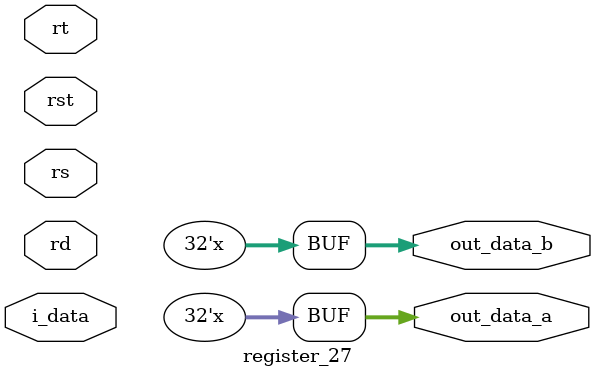
<source format=v>
`timescale 1ns / 1ps

module register_27(rst,rs,rt,rd,i_data,out_data_a,out_data_b);
input rst;
input [4:0]rs,rt,rd;
input [31:0] i_data;
output reg [31:0] out_data_a;
output reg [31:0] out_data_b;

reg [4:0]  reg_num;
reg [31:0] reg_data;

always @(*) begin
      if(rst) begin
            reg_num = 27;
      end
      else begin
          if(reg_num == rs)
               out_data_a <= reg_data;
          if(reg_num == rt)
               out_data_b <= reg_data;
          if(reg_num == rd)    
               reg_data <= i_data;
      end
      
end
endmodule

</source>
